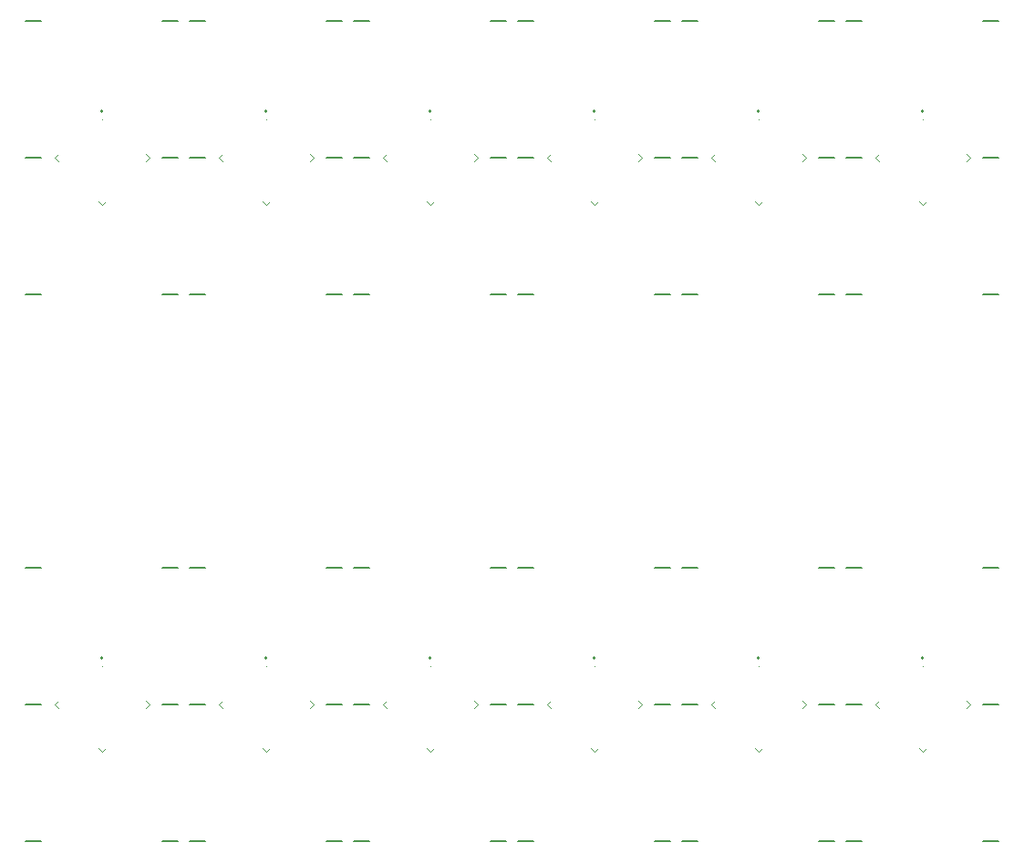
<source format=gto>
%TF.GenerationSoftware,KiCad,Pcbnew,7.0.6*%
%TF.CreationDate,2023-08-27T21:43:50+09:00*%
%TF.ProjectId,QFN40_6x6_DIP_panelized,51464e34-305f-4367-9836-5f4449505f70,rev?*%
%TF.SameCoordinates,Original*%
%TF.FileFunction,Legend,Top*%
%TF.FilePolarity,Positive*%
%FSLAX46Y46*%
G04 Gerber Fmt 4.6, Leading zero omitted, Abs format (unit mm)*
G04 Created by KiCad (PCBNEW 7.0.6) date 2023-08-27 21:43:50*
%MOMM*%
%LPD*%
G01*
G04 APERTURE LIST*
%ADD10C,0.200000*%
%ADD11C,0.120000*%
%ADD12C,0.170000*%
%ADD13C,0.100000*%
G04 APERTURE END LIST*
D10*
X65305000Y-133350000D02*
X66775000Y-133350000D01*
X95785000Y-133350000D02*
X97255000Y-133350000D01*
X113565000Y-120650000D02*
X115035000Y-120650000D01*
X126265000Y-133350000D02*
X127735000Y-133350000D01*
X98325000Y-107950000D02*
X99795000Y-107950000D01*
X126265000Y-120650000D02*
X127735000Y-120650000D01*
X128805000Y-107950000D02*
X130275000Y-107950000D01*
X113565000Y-133350000D02*
X115035000Y-133350000D01*
X141505000Y-107950000D02*
X142975000Y-107950000D01*
X111025000Y-133350000D02*
X112495000Y-133350000D01*
X113565000Y-107950000D02*
X115035000Y-107950000D01*
X65305000Y-107950000D02*
X66775000Y-107950000D01*
X128805000Y-120650000D02*
X130275000Y-120650000D01*
X80545000Y-120650000D02*
X82015000Y-120650000D01*
X83085000Y-133350000D02*
X84555000Y-133350000D01*
X98325000Y-133350000D02*
X99795000Y-133350000D01*
X95785000Y-107950000D02*
X97255000Y-107950000D01*
X83085000Y-107950000D02*
X84555000Y-107950000D01*
X95785000Y-120650000D02*
X97255000Y-120650000D01*
X83085000Y-120650000D02*
X84555000Y-120650000D01*
X141505000Y-133350000D02*
X142975000Y-133350000D01*
X111025000Y-107950000D02*
X112495000Y-107950000D01*
X111025000Y-120650000D02*
X112495000Y-120650000D01*
X80545000Y-107950000D02*
X82015000Y-107950000D01*
X141505000Y-120650000D02*
X142975000Y-120650000D01*
X98325000Y-120650000D02*
X99795000Y-120650000D01*
X52605000Y-120650000D02*
X54075000Y-120650000D01*
X52605000Y-133350000D02*
X54075000Y-133350000D01*
X128805000Y-133350000D02*
X130275000Y-133350000D01*
X126265000Y-107950000D02*
X127735000Y-107950000D01*
X67845000Y-120650000D02*
X69315000Y-120650000D01*
X52605000Y-107950000D02*
X54075000Y-107950000D01*
X67845000Y-133350000D02*
X69315000Y-133350000D01*
X65305000Y-120650000D02*
X66775000Y-120650000D01*
X80545000Y-133350000D02*
X82015000Y-133350000D01*
X67845000Y-107950000D02*
X69315000Y-107950000D01*
X128805000Y-69850000D02*
X130275000Y-69850000D01*
X141505000Y-82550000D02*
X142975000Y-82550000D01*
X141505000Y-69850000D02*
X142975000Y-69850000D01*
X128805000Y-82550000D02*
X130275000Y-82550000D01*
X128805000Y-57150000D02*
X130275000Y-57150000D01*
X141505000Y-57150000D02*
X142975000Y-57150000D01*
X113565000Y-57150000D02*
X115035000Y-57150000D01*
X126265000Y-82550000D02*
X127735000Y-82550000D01*
X113565000Y-82550000D02*
X115035000Y-82550000D01*
X126265000Y-57150000D02*
X127735000Y-57150000D01*
X126265000Y-69850000D02*
X127735000Y-69850000D01*
X113565000Y-69850000D02*
X115035000Y-69850000D01*
X111025000Y-82550000D02*
X112495000Y-82550000D01*
X98325000Y-82550000D02*
X99795000Y-82550000D01*
X111025000Y-57150000D02*
X112495000Y-57150000D01*
X98325000Y-57150000D02*
X99795000Y-57150000D01*
X111025000Y-69850000D02*
X112495000Y-69850000D01*
X98325000Y-69850000D02*
X99795000Y-69850000D01*
X95785000Y-69850000D02*
X97255000Y-69850000D01*
X95785000Y-57150000D02*
X97255000Y-57150000D01*
X83085000Y-69850000D02*
X84555000Y-69850000D01*
X83085000Y-82550000D02*
X84555000Y-82550000D01*
X95785000Y-82550000D02*
X97255000Y-82550000D01*
X83085000Y-57150000D02*
X84555000Y-57150000D01*
X80545000Y-82550000D02*
X82015000Y-82550000D01*
X80545000Y-57150000D02*
X82015000Y-57150000D01*
X67845000Y-69850000D02*
X69315000Y-69850000D01*
X67845000Y-82550000D02*
X69315000Y-82550000D01*
X67845000Y-57150000D02*
X69315000Y-57150000D01*
X80545000Y-69850000D02*
X82015000Y-69850000D01*
X65305000Y-69850000D02*
X66775000Y-69850000D01*
X65305000Y-82550000D02*
X66775000Y-82550000D01*
X65305000Y-57150000D02*
X66775000Y-57150000D01*
X52605000Y-82550000D02*
X54075000Y-82550000D01*
X52605000Y-57150000D02*
X54075000Y-57150000D01*
X52605000Y-69850000D02*
X54075000Y-69850000D01*
D11*
X101011796Y-120650000D02*
X101347672Y-120314124D01*
X101347672Y-120985876D02*
X101011796Y-120650000D01*
X109472328Y-120314124D02*
X109808204Y-120650000D01*
X105074124Y-124712328D02*
X105410000Y-125048204D01*
X109808204Y-120650000D02*
X109472328Y-120985876D01*
X105410000Y-125048204D02*
X105745876Y-124712328D01*
D12*
X105495000Y-116322506D02*
G75*
G03*
X105495000Y-116322506I-85000J0D01*
G01*
D13*
X105410000Y-117057898D02*
G75*
G03*
X105410000Y-117057898I0J0D01*
G01*
X105410000Y-117057898D02*
G75*
G03*
X105410000Y-117057898I0J0D01*
G01*
D11*
X85771796Y-120650000D02*
X86107672Y-120314124D01*
X86107672Y-120985876D02*
X85771796Y-120650000D01*
X94232328Y-120314124D02*
X94568204Y-120650000D01*
X89834124Y-124712328D02*
X90170000Y-125048204D01*
X94568204Y-120650000D02*
X94232328Y-120985876D01*
X90170000Y-125048204D02*
X90505876Y-124712328D01*
D12*
X90255000Y-116322506D02*
G75*
G03*
X90255000Y-116322506I-85000J0D01*
G01*
D13*
X90170000Y-117057898D02*
G75*
G03*
X90170000Y-117057898I0J0D01*
G01*
X90170000Y-117057898D02*
G75*
G03*
X90170000Y-117057898I0J0D01*
G01*
D11*
X70531796Y-120650000D02*
X70867672Y-120314124D01*
X70867672Y-120985876D02*
X70531796Y-120650000D01*
X78992328Y-120314124D02*
X79328204Y-120650000D01*
X74594124Y-124712328D02*
X74930000Y-125048204D01*
X79328204Y-120650000D02*
X78992328Y-120985876D01*
X74930000Y-125048204D02*
X75265876Y-124712328D01*
D12*
X75015000Y-116322506D02*
G75*
G03*
X75015000Y-116322506I-85000J0D01*
G01*
D13*
X74930000Y-117057898D02*
G75*
G03*
X74930000Y-117057898I0J0D01*
G01*
X74930000Y-117057898D02*
G75*
G03*
X74930000Y-117057898I0J0D01*
G01*
D11*
X131491796Y-120650000D02*
X131827672Y-120314124D01*
X131827672Y-120985876D02*
X131491796Y-120650000D01*
X139952328Y-120314124D02*
X140288204Y-120650000D01*
X135554124Y-124712328D02*
X135890000Y-125048204D01*
X140288204Y-120650000D02*
X139952328Y-120985876D01*
X135890000Y-125048204D02*
X136225876Y-124712328D01*
D12*
X135975000Y-116322506D02*
G75*
G03*
X135975000Y-116322506I-85000J0D01*
G01*
D13*
X135890000Y-117057898D02*
G75*
G03*
X135890000Y-117057898I0J0D01*
G01*
X135890000Y-117057898D02*
G75*
G03*
X135890000Y-117057898I0J0D01*
G01*
D11*
X116251796Y-120650000D02*
X116587672Y-120314124D01*
X116587672Y-120985876D02*
X116251796Y-120650000D01*
X124712328Y-120314124D02*
X125048204Y-120650000D01*
X120314124Y-124712328D02*
X120650000Y-125048204D01*
X125048204Y-120650000D02*
X124712328Y-120985876D01*
X120650000Y-125048204D02*
X120985876Y-124712328D01*
D12*
X120735000Y-116322506D02*
G75*
G03*
X120735000Y-116322506I-85000J0D01*
G01*
D13*
X120650000Y-117057898D02*
G75*
G03*
X120650000Y-117057898I0J0D01*
G01*
X120650000Y-117057898D02*
G75*
G03*
X120650000Y-117057898I0J0D01*
G01*
D11*
X55291796Y-120650000D02*
X55627672Y-120314124D01*
X55627672Y-120985876D02*
X55291796Y-120650000D01*
X63752328Y-120314124D02*
X64088204Y-120650000D01*
X59354124Y-124712328D02*
X59690000Y-125048204D01*
X64088204Y-120650000D02*
X63752328Y-120985876D01*
X59690000Y-125048204D02*
X60025876Y-124712328D01*
D12*
X59775000Y-116322506D02*
G75*
G03*
X59775000Y-116322506I-85000J0D01*
G01*
D13*
X59690000Y-117057898D02*
G75*
G03*
X59690000Y-117057898I0J0D01*
G01*
X59690000Y-117057898D02*
G75*
G03*
X59690000Y-117057898I0J0D01*
G01*
D11*
X131491796Y-69850000D02*
X131827672Y-69514124D01*
X131827672Y-70185876D02*
X131491796Y-69850000D01*
X139952328Y-69514124D02*
X140288204Y-69850000D01*
X135554124Y-73912328D02*
X135890000Y-74248204D01*
X140288204Y-69850000D02*
X139952328Y-70185876D01*
X135890000Y-74248204D02*
X136225876Y-73912328D01*
D12*
X135975000Y-65522506D02*
G75*
G03*
X135975000Y-65522506I-85000J0D01*
G01*
D13*
X135890000Y-66257898D02*
G75*
G03*
X135890000Y-66257898I0J0D01*
G01*
X135890000Y-66257898D02*
G75*
G03*
X135890000Y-66257898I0J0D01*
G01*
D11*
X116251796Y-69850000D02*
X116587672Y-69514124D01*
X116587672Y-70185876D02*
X116251796Y-69850000D01*
X124712328Y-69514124D02*
X125048204Y-69850000D01*
X120314124Y-73912328D02*
X120650000Y-74248204D01*
X125048204Y-69850000D02*
X124712328Y-70185876D01*
X120650000Y-74248204D02*
X120985876Y-73912328D01*
D12*
X120735000Y-65522506D02*
G75*
G03*
X120735000Y-65522506I-85000J0D01*
G01*
D13*
X120650000Y-66257898D02*
G75*
G03*
X120650000Y-66257898I0J0D01*
G01*
X120650000Y-66257898D02*
G75*
G03*
X120650000Y-66257898I0J0D01*
G01*
D11*
X101011796Y-69850000D02*
X101347672Y-69514124D01*
X101347672Y-70185876D02*
X101011796Y-69850000D01*
X109472328Y-69514124D02*
X109808204Y-69850000D01*
X105074124Y-73912328D02*
X105410000Y-74248204D01*
X109808204Y-69850000D02*
X109472328Y-70185876D01*
X105410000Y-74248204D02*
X105745876Y-73912328D01*
D12*
X105495000Y-65522506D02*
G75*
G03*
X105495000Y-65522506I-85000J0D01*
G01*
D13*
X105410000Y-66257898D02*
G75*
G03*
X105410000Y-66257898I0J0D01*
G01*
X105410000Y-66257898D02*
G75*
G03*
X105410000Y-66257898I0J0D01*
G01*
D11*
X85771796Y-69850000D02*
X86107672Y-69514124D01*
X86107672Y-70185876D02*
X85771796Y-69850000D01*
X94232328Y-69514124D02*
X94568204Y-69850000D01*
X89834124Y-73912328D02*
X90170000Y-74248204D01*
X94568204Y-69850000D02*
X94232328Y-70185876D01*
X90170000Y-74248204D02*
X90505876Y-73912328D01*
D12*
X90255000Y-65522506D02*
G75*
G03*
X90255000Y-65522506I-85000J0D01*
G01*
D13*
X90170000Y-66257898D02*
G75*
G03*
X90170000Y-66257898I0J0D01*
G01*
X90170000Y-66257898D02*
G75*
G03*
X90170000Y-66257898I0J0D01*
G01*
D11*
X70531796Y-69850000D02*
X70867672Y-69514124D01*
X70867672Y-70185876D02*
X70531796Y-69850000D01*
X78992328Y-69514124D02*
X79328204Y-69850000D01*
X74594124Y-73912328D02*
X74930000Y-74248204D01*
X79328204Y-69850000D02*
X78992328Y-70185876D01*
X74930000Y-74248204D02*
X75265876Y-73912328D01*
D12*
X75015000Y-65522506D02*
G75*
G03*
X75015000Y-65522506I-85000J0D01*
G01*
D13*
X74930000Y-66257898D02*
G75*
G03*
X74930000Y-66257898I0J0D01*
G01*
X74930000Y-66257898D02*
G75*
G03*
X74930000Y-66257898I0J0D01*
G01*
D11*
X55291796Y-69850000D02*
X55627672Y-69514124D01*
X55627672Y-70185876D02*
X55291796Y-69850000D01*
X63752328Y-69514124D02*
X64088204Y-69850000D01*
X59354124Y-73912328D02*
X59690000Y-74248204D01*
X64088204Y-69850000D02*
X63752328Y-70185876D01*
X59690000Y-74248204D02*
X60025876Y-73912328D01*
D12*
X59775000Y-65522506D02*
G75*
G03*
X59775000Y-65522506I-85000J0D01*
G01*
D13*
X59690000Y-66257898D02*
G75*
G03*
X59690000Y-66257898I0J0D01*
G01*
X59690000Y-66257898D02*
G75*
G03*
X59690000Y-66257898I0J0D01*
G01*
M02*

</source>
